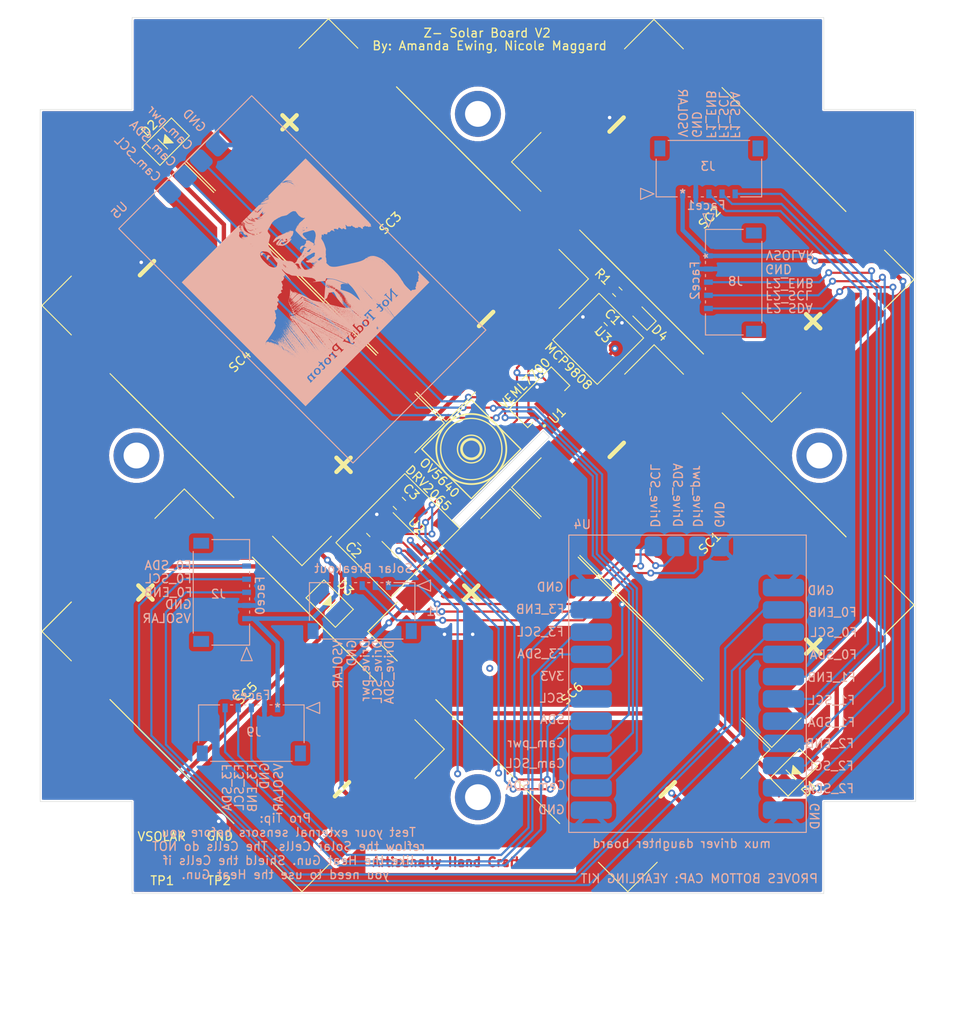
<source format=kicad_pcb>
(kicad_pcb (version 20221018) (generator pcbnew)
  (title_block (title "YEARLING KIT -Z") (date "2023-03-27") (rev "3.1"))
  (layers (0 "F.Cu" signal) (1 "In1.Cu" signal) (2 "In2.Cu" signal) (31 "B.Cu" signal) (34 "B.Paste" user) (35 "F.Paste" user) (36 "B.SilkS" user "B.Silkscreen") (37 "F.SilkS" user "F.Silkscreen") (38 "B.Mask" user) (39 "F.Mask" user) (44 "Edge.Cuts" user))
  (net 0 "")
  (net 1 "GND")
  (net 2 "+3V3")
  (net 3 "VSOLAR")
  (net 4 "SDA")
  (net 5 "SCL")
  (net 6 "Net-(U2-REG)")
  (net 7 "Net-(D1-A)")
  (net 8 "Net-(D2-A)")
  (net 11 "Net-(D3-A)")
  (net 12 "Net-(D4-A)")
  (net 13 "SDA_Break")
  (net 14 "SCL_Break")
  (net 19 "Net-(SC1--)")
  (net 20 "Net-(SC3--)")
  (net 21 "Net-(SC5--)")
  (net 23 "Net-(U2-OUT+)")
  (net 25 "F0_ENB")
  (net 26 "F0_SCL")
  (net 27 "F0_SDA")
  (net 28 "F1_ENB")
  (net 29 "F1_SCL")
  (net 30 "F1_SDA")
  (net 31 "F2_ENB")
  (net 32 "F2_SCL")
  (net 33 "F2_SDA")
  (net 34 "F3_ENB")
  (net 35 "F3_SCL")
  (net 36 "F3_SDA")
  (net 37 "3v3_break")
  (net 38 "Camera_Pwr")
  (net 39 "Camera_SCL")
  (net 40 "Camera_SDA")
  (footprint "SolarPanelBoards:MountingHoles" (layer "F.Cu") (at 110.5 85)
    (fp_text reference "J4")
    (fp_text value "Conn_01x01")
  )
  (footprint "SolarPanelBoards:MountingHoles" (layer "F.Cu") (at 141.75 124)
    (fp_text reference "J5")
    (fp_text value "Conn_01x01")
  )
  (footprint "SolarPanelBoards:MountingHoles" (layer "F.Cu") (at 157.25 46)
    (fp_text reference "J6")
    (fp_text value "Conn_01x01")
  )
  (footprint "SolarPanelBoards:MountingHoles" (layer "F.Cu") (at 188.5 85)
    (fp_text reference "J7")
    (fp_text value "Conn_01x01")
  )
  (footprint "SolarPanelBoards:DO-214AC" (layer "F.Cu") (at 113.835786 49.164214 45)
    (fp_text reference "D2")
    (fp_text value "CDBA240LL-HF")
  )
  (footprint "SolarPanelBoards:Test Pad" (layer "F.Cu") (at 113.41 130.95 90)
    (fp_text reference "TP1")
    (fp_text value "TestPoint")
  )
  (footprint "LED_SMD:LED_0603_1608Metric" (layer "F.Cu") (at 168.283153 69.123153 135)
    (fp_text reference "D4")
    (fp_text value "CQY99")
  )
  (footprint "Capacitor_SMD:C_0805_2012Metric" (layer "F.Cu") (at 140.529949 90.476119 135)
    (fp_text reference "C3")
    (fp_text value "1uF")
  )
  (footprint "SolarPanelBoards:KXOB101K08F-TR" (layer "F.Cu") (at 122.68 111.8 45)
    (fp_text reference "SC5")
    (fp_text value "SM101K07TF")
  )
  (footprint "Package_SO:MSOP-8-1EP_3x3mm_P0.65mm_EP2.5x3mm_Mask1.73x2.36mm" (layer "F.Cu") (at 162.041249 72.946863 -45)
    (fp_text reference "U3")
    (fp_text value "MCP9808_DFN")
  )
  (footprint "SolarPanelBoards:Test Pad" (layer "F.Cu") (at 119.89 130.92 90)
    (fp_text reference "TP2")
    (fp_text value "TestPoint")
  )
  (footprint "SolarPanelBoards:KXOB101K08F-TR" (layer "F.Cu") (at 139.142136 58.122136 45)
    (fp_text reference "SC3")
    (fp_text value "SM101K07TF")
  )
  (footprint "clipboard:b0880f64-8dff-43fb-af48-c7da55ca08b3" (layer "F.Cu") (at 154.4 84.26 45)
    (fp_text reference "")
    (fp_text value "")
  )
  (footprint "Resistor_SMD:R_0603_1608Metric" (layer "F.Cu") (at 165.419368 66.315938 -45)
    (fp_text reference "R1")
    (fp_text value "1k")
  )
  (footprint "Capacitor_SMD:C_0805_2012Metric" (layer "F.Cu") (at 136.457014 94.591481 135)
    (fp_text reference "C2")
    (fp_text value "1uF")
  )
  (footprint "Package_SO:VSSOP-10_3x3mm_P0.5mm" (layer "F.Cu") (at 140.742082 94.732902 -45)
    (fp_text reference "U2")
    (fp_text value "DRV2605LDGS")
  )
  (footprint "SolarPanelBoards:DO-214AC" (layer "F.Cu") (at 132.564214 101.904214 135)
    (fp_text reference "D3")
    (fp_text value "CDBA240LL-HF")
  )
  (footprint "Capacitor_SMD:C_0805_2012Metric" (layer "F.Cu") (at 163.568249 70.52369 135)
    (fp_text reference "C1")
    (fp_text value "1uF")
  )
  (footprint "VEML7700-TT:XDCR_VEML7700-TT" (layer "F.Cu") (at 156.53 78.35 135)
    (fp_text reference "U1")
    (fp_text value "VEML7700")
  )
  (footprint "SolarPanelBoards:KXOB101K08F-TR" (layer "F.Cu") (at 122.682136 74.592136 -135)
    (fp_text reference "SC4")
    (fp_text value "SM101K07TF")
  )
  (footprint "SolarPanelBoards:KXOB101K08F-TR" (layer "F.Cu") (at 159.897864 111.807864 45)
    (fp_text reference "SC6")
    (fp_text value "SM101K07TF")
  )
  (footprint "SolarPanelBoards:KXOB101K08F-TR" (layer "F.Cu") (at 176.32 58.2 -135)
    (fp_text reference "SC2")
    (fp_text value "SM101K07TF")
  )
  (footprint "SolarPanelBoards:DO-214AC" (layer "F.Cu") (at 185.575786 121.174214 45)
    (fp_text reference "D1")
    (fp_text value "CDBA240LL-HF")
  )
  (footprint "SolarPanelBoards:KXOB101K08F-TR" (layer "F.Cu") (at 176.337864 95.337864 -135)
    (fp_text reference "SC1")
    (fp_text value "SM101K07TF")
  )
  (footprint "SolarPanelBoards:CON_5040500591" (layer "B.Cu") (at 139.278501 99.85)
    (fp_text reference "J1")
    (fp_text value "CON-5040500591" hide)
  )
  (footprint "SolarPanelBoards:CON_5040500591" (layer "B.Cu") (at 126.618501 113.81)
    (fp_text reference "J9")
    (fp_text value "Face3")
  )
  (footprint "SolarPanelBoards:CON_5040500591" (layer "B.Cu") (at 172.881499 55.130001 180)
    (fp_text reference "J3")
    (fp_text value "Face1")
  )
  (footprint "SolarPanelBoards:CON_5040500591" (layer "B.Cu") (at 175.83 62.211499 90)
    (fp_text reference "J8")
    (fp_text value "Face2")
  )
  (footprint "SolarPanelBoards:giga_pragun" (layer "B.Cu") (at 129.81 65.23 -135)
    (fp_text reference "G***" hide)
    (fp_text value "LOGO" hide)
  )
  (footprint "mux_driver:mux_driver" (layer "B.Cu") (at 172.79 112.08 180)
    (fp_text reference "U4")
    (fp_text value "~")
  )
  (footprint "SolarPanelBoards:CON_5040500591" (layer "B.Cu") (at 123.080001 103.618501 -90)
    (fp_text reference "J2")
    (fp_text value "Face0")
  )
  (footprint "camera_daughter:camera_daughter" (layer "B.Cu") (at 113.261397 49.12859 -135)
    (fp_text reference "U5")
    (fp_text value "~")
  )
  (gr_poly (pts (xy 163.324297 66.482575) (xy 168.422537 71.580815) (xy 163.126307 76.877045) (xy 158.028067 71.778805)) (stroke (width 0.12)) (fill none) (layer "F.SilkS"))
  (gr_poly (pts (xy 141.14865 87.064311) (xy 147.41717 93.33283) (xy 139.54 101.21) (xy 133.271481 94.941481)) (stroke (width 0.12)) (fill none) (layer "F.SilkS"))
  (gr_line (start 189 135) (end 110 135) (stroke (width 0.05)) (layer "Edge.Cuts"))
  (gr_line (start 110 124.5) (end 99.5 124.5) (stroke (width 0.05)) (layer "Edge.Cuts"))
  (gr_line (start 146.705033 92.414967) (end 156.955 82.165) (stroke (width 0.05)) (layer "Edge.Cuts"))
  (gr_line (start 110 45.5) (end 110 35) (stroke (width 0.05)) (layer "Edge.Cuts"))
  (gr_line (start 189 45.5) (end 199.5 45.5) (stroke (width 0.05)) (layer "Edge.Cuts"))
  (gr_line (start 99.5 124.5) (end 99.5 45.5) (stroke (width 0.05)) (layer "Edge.Cuts"))
  (gr_line (start 199.5 124.5) (end 189 124.5) (stroke (width 0.05)) (layer "Edge.Cuts"))
  (gr_line (start 147.415 93.125) (end 146.704967 92.414967) (stroke (width 0.05)) (layer "Edge.Cuts"))
  (gr_line (start 110 35) (end 189 35) (stroke (width 0.05)) (layer "Edge.Cuts"))
  (gr_line (start 199.5 45.5) (end 199.5 124.5) (stroke (width 0.05)) (layer "Edge.Cuts"))
  (gr_line (start 189 124.5) (end 189 135) (stroke (width 0.05)) (layer "Edge.Cuts"))
  (gr_line (start 99.5 45.5) (end 110 45.5) (stroke (width 0.05)) (layer "Edge.Cuts"))
  (gr_line (start 156.955 82.165) (end 157.665 82.875) (stroke (width 0.05)) (layer "Edge.Cuts"))
  (gr_line (start 157.665 82.875) (end 147.415 93.125) (stroke (width 0.05)) (layer "Edge.Cuts"))
  (gr_line (start 189 35) (end 189 45.5) (stroke (width 0.05)) (layer "Edge.Cuts"))
  (gr_line (start 110 135) (end 110 124.5) (stroke (width 0.05)) (layer "Edge.Cuts"))
  (gr_text "Artisanally Hand Crafted PCB" (at 137.3 132) (layer "F.Cu") (effects (font (size 1 1) (thickness 0.25) bold) (justify left bottom)))
  (gr_text "F3_SDA" (at 159.47 108.22) (layer "B.SilkS") (effects (font (size 1 1)) (justify left bottom mirror)))
  (gr_text "F1_ENB" (at 176.1 46.06 270) (layer "B.SilkS") (effects (font (size 1 1)) (justify mirror)))
  (gr_text "GND" (at 125.13 121.58 90) (layer "B.SilkS") (effects (font (size 1 1)) (justify mirror)))
  (gr_text "F3_ENB" (at 159.46 103.13) (layer "B.SilkS") (effects (font (size 1 1)) (justify left bottom mirror)))
  (gr_text "Solar Breakout" (at 142.16 98.47) (layer "B.SilkS") (effects (font (size 1 1)) (justify left bottom mirror)))
  (gr_text "GND" (at 159.52 126.02) (layer "B.SilkS") (effects (font (size 1 1)) (justify left bottom mirror)))
  (gr_text "F2_ENB" (at 192.55 118.46) (layer "B.SilkS") (effects (font (size 1 1)) (justify left bottom mirror)))
  (gr_text "F0_SDA" (at 192.88 108.32) (layer "B.SilkS") (effects (font (size 1 1)) (justify left bottom mirror)))
  (gr_text "GND" (at 176.46 93.34 -90) (layer "B.SilkS") (effects (font (size 1 1)) (justify left bottom mirror)))
  (gr_text "F3_ENB" (at 123.73 122.95 90) (layer "B.SilkS") (effects (font (size 1 1)) (justify mirror)))
  (gr_text "F0_ENB" (at 192.86 103.48) (layer "B.SilkS") (effects (font (size 1 1)) (justify left bottom mirror)))
  (gr_text "Drive_SCL" (at 138.01 109.68 90) (layer "B.SilkS") (effects (font (size 1 1)) (justify mirror)))
  (gr_text "Cam_SCL" (at 159.53 120.73) (layer "B.SilkS") (effects (font (size 1 1)) (justify left bottom mirror)))
  (gr_text "F1_SCL" (at 177.53 46.15 270) (layer "B.SilkS") (effects (font (size 1 1)) (justify mirror)))
  (gr_text "VSOLAR" (at 133.5 108.82 90) (layer "B.SilkS") (effects (font (size 1 1)) (justify mirror)))
  (gr_text "GND" (at 135.09 107.54 90) (layer "B.SilkS") (effects (font (size 1 1)) (justify mirror)))
  (gr_text "F2_SCL" (at 184.99 66.68 180) (layer "B.SilkS") (effects (font (size 1 1)) (justify mirror)))
  (gr_text "Drive_pwr" (at 136.61 109.55 90) (layer "B.SilkS") (effects (font (size 1 1)) (justify mirror)))
  (gr_text "PROVES BOTTOM CAP: YEARLING KIT" (at 161.14 133.3) (layer "B.SilkS") (effects (font (size 1 1)) (justify right mirror)))
  (gr_text "Drive_SDA" (at 171.72 93.27 -90) (layer "B.SilkS") (effects (font (size 1 1)) (justify left bottom mirror)))
  (gr_text "GND" (at 117.83 48.33 -45) (layer "B.SilkS") (effects (font (size 1 1)) (justify left bottom mirror)))
  (gr_text "Cam_SDA" (at 159.59 123.24) (layer "B.SilkS") (effects (font (size 1 1)) (justify left bottom mirror)))
  (gr_text "F1_SCL" (at 192.67 113.53) (layer "B.SilkS") (effects (font (size 1 1)) (justify left bottom mirror)))
  (gr_text "GND" (at 159.37 100.6) (layer "B.SilkS") (effects (font (size 1 1)) (justify left bottom mirror)))
  (gr_text "GND" (at 174.47 47.22 -90) (layer "B.SilkS") (effects (font (size 1 1)) (justify mirror)))
  (gr_text "F0_ENB" (at 114.12 100.63) (layer "B.SilkS") (effects (font (size 1 1)) (justify mirror)))
  (gr_text "F3_SCL" (at 159.4 105.72) (layer "B.SilkS") (effects (font (size 1 1)) (justify left bottom mirror)))
  (gr_text "F3_SDA" (at 120.85 122.88 90) (layer "B.SilkS") (effects (font (size 1 1)) (justify mirror)))
  (gr_text "VSOLAR" (at 113.96 103.6) (layer "B.SilkS") (effects (font (size 1 1)) (justify mirror)))
  (gr_text "3V3" (at 159.47 110.78) (layer "B.SilkS") (effects (font (size 1 1)) (justify left bottom mirror)))
  (gr_text "Pro Tip:\nTest your external sensors before you \nreflow the Solar Cells. The Cells do NOT \nlike the Heat Gun. Shield the Cells if \nyou need to use the Heat Gun." (at 127.5 129.62) (layer "B.SilkS") (effects (font (size 1 1)) (justify mirror)))
  (gr_text "F1_SDA" (at 178.84 46.14 270) (layer "B.SilkS") (effects (font (size 1 1)) (justify mirror)))
  (gr_text "F2_ENB" (at 185.09 65.29 180) (layer "B.SilkS") (effects (font (size 1 1)) (justify mirror)))
  (gr_text "Cam_SDA" (at 114.43 52.28 -45) (layer "B.SilkS") (effects (font (size 1 1)) (justify left bottom mirror)))
  (gr_text "VSOLAR" (at 126.72 122.9 90) (layer "B.SilkS") (effects (font (size 1 1)) (justify mirror)))
  (gr_text "Drive_pwr" (at 174 93.29 -90) (layer "B.SilkS") (effects (font (size 1 1)) (justify left bottom mirror)))
  (gr_text "SCL" (at 159.42 113.28) (layer "B.SilkS") (effects (font (size 1 1)) (justify left bottom mirror)))
  (gr_text "GND" (at 183.83 63.69 180) (layer "B.SilkS") (effects (font (size 1 1)) (justify mirror)))
  (gr_text "SDA" (at 159.51 115.71) (layer "B.SilkS") (effects (font (size 1 1)) (justify left bottom mirror)))
  (gr_text "F0_SDA" (at 114.11 97.55) (layer "B.SilkS") (effects (font (size 1 1)) (justify mirror)))
  (gr_text "F1_SDA" (at 192.67 116.05) (layer "B.SilkS") (effects (font (size 1 1)) (justify left bottom mirror)))
  (gr_text "Cam_SCL" (at 112.69 53.99 -45) (layer "B.SilkS") (effects (font (size 1 1)) (justify left bottom mirror)))
  (gr_text "F2_SDA" (at 192.55 123.61) (layer "B.SilkS") (effects (font (size 1 1)) (justify left bottom mirror)))
  (gr_text "F1_ENB" (at 192.75 110.9) (layer "B.SilkS") (effects (font (size 1 1)) (justify left bottom mirror)))
  (gr_text "Drive_SDA" (at 139.36 109.74 90) (layer "B.SilkS") (effects (font (size 1 1)) (justify mirror)))
  (gr_text "Cam_pwr" (at 159.53 118.38) (layer "B.SilkS") (effects (font (size 1 1)) (justify left bottom mirror)))
  (gr_text "F2_SCL" (at 192.51 121.02) (layer "B.SilkS") (effects (font (size 1 1)) (justify left bottom mirror)))
  (gr_text "GND" (at 115.28 102.01) (layer "B.SilkS") (effects (font (size 1 1)) (justify mirror)))
  (gr_text "F0_SCL" (at 192.91 105.78) (layer "B.SilkS") (effects (font (size 1 1)) (justify left bottom mirror)))
  (gr_text "Cam_pwr" (at 116.32 50.39 -45) (layer "B.SilkS") (effects (font (size 1 1)) (justify left bottom mirror)))
  (gr_text "F2_SDA" (at 185.05 68.12 180) (layer "B.SilkS") (effects (font (size 1 1)) (justify mirror)))
  (gr_text "F0_SCL" (at 114.15 99.06) (layer "B.SilkS") (effects (font (size 1 1)) (justify mirror)))
  (gr_text "VSOLAR" (at 172.88 45.9 -90) (layer "B.SilkS") (effects (font (size 1 1)) (justify mirror)))
  (gr_text "Drive_SCL" (at 169.13 93.32 -90) (layer "B.SilkS") (effects (font (size 1 1)) (justify left bottom mirror)))
  (gr_text "GND" (at 190.29 101) (layer "B.SilkS") (effects (font (size 1 1)) (justify left bottom mirror)))
  (gr_text "VSOLAR" (at 185.15 62.1 180) (layer "B.SilkS") (effects (font (size 1 1)) (justify mirror)))
  (gr_text "GND" (at 188.59 124.55 90) (layer "B.SilkS") (effects (font (size 1 1)) (justify left bottom mirror)))
  (gr_text "F3_SCL" (at 122.24 122.86 90) (layer "B.SilkS") (effects (font (size 1 1)) (justify mirror)))
  (gr_text "By: Amanda Ewing, Nicole Maggard\n" (at 137.35 38.81) (layer "F.SilkS") (effects (font (size 1 1)) (justify left bottom)))
  (gr_text "Z- Solar Board V2" (at 143.19 37.35) (layer "F.SilkS") (effects (font (size 1 1)) (justify left bottom)))
  (gr_text "GND" (at 120.01 128.45) (layer "F.SilkS") (effects (font (size 1 1))))
  (gr_text "OV5640" (at 142.61 85.87 -45) (layer "F.SilkS") (effects (font (size 1 1)) (justify left bottom)))
  (gr_text "VEML7700" (at 154.87 76.76 45) (layer "F.SilkS") (effects (font (size 1 1))))
  (gr_text "MCP9808" (at 159.84 74.8 315) (layer "F.SilkS") (effects (font (size 1 1))))
  (gr_text "DRV2065" (at 143.85 88.73 315) (layer "F.SilkS") (effects (font (size 1 1))))
  (gr_text "VSOLAR" (at 113.39 128.5) (layer "F.SilkS") (effects (font (size 1 1))))
  (segment (start 162.041249 74.325721) (end 162.041249 72.946863) (width 0.25) (layer "F.Cu") (net 1))
  (segment (start 140.944595 94.935415) (end 142.297717 96.288537) (width 0.25) (layer "F.Cu") (net 1))
  (segment (start 174.04 125.95) (end 171.63 123.54) (width 0.5) (layer "F.Cu") (net 1))
  (segment (start 168.668061 69.851939) (end 168.84 69.68) (width 0.25) (layer "F.Cu") (net 1))
  (segment (start 162.177864 44.057864) (end 164.54 46.42) (width 0.5) (layer "F.Cu") (net 1))
  (segment (start 137.946283 91.716283) (end 137.984365 91.678201) (width 0.25) (layer "F.Cu") (net 1))
  (segment (start 137.984365 91.678201) (end 139.858198 89.804368) (width 0.25) (layer "F.Cu") (net 1))
  (segment (start 138.832894 93.53082) (end 140.242074 94.94) (width 0.25) (layer "F.Cu") (net 1))
  (segment (start 165.948061 69.851939) (end 168.668061 69.851939) (width 0.25) (layer "F.Cu") (net 1))
  (segment (start 137.984365 92.710576) (end 137.984365 91.678201) (width 0.25) (layer "F.Cu") (net 1))
  (segment (start 140.246659 94.935415) (end 140.944595 94.935415) (width 0.25) (layer "F.Cu") (net 1))
  (segment (start 119.89 130.92) (end 119.89 126.76) (width 0.5) (layer "F.Cu") (net 1))
  (segment (start 162.896498 72.091614) (end 162.896498 69.851939) (width 0.25) (layer "F.Cu") (net 1))
  (segment (start 162.896498 69.851939) (end 165.948061 69.851939) (width 0.25) (layer "F.Cu") (net 1))
  (segment (start 108.54 60.45) (end 111.04 62.95) (width 0.5) (layer "F.Cu") (net 1))
  (segment (start 162.889777 75.174249) (end 162.041249 74.325721) (width 0.25) (layer "F.Cu") (net 1))
  (segment (start 157.615409 78.537383) (end 156.26 77.181974) (width 0.25) (layer "F.Cu") (net 1))
  (segment (start 162.896498 69.851939) (end 162.161939 69.851939) (width 0.25) (layer "F.Cu") (net 1))
  (segment (start 140.242074 94.94) (end 140.246659 94.935415) (width 0.25) (layer "F.Cu") (net 1))
  (segment (start 135.785263 93.877303) (end 137.946283 91.716283) (width 0.25) (layer "F.Cu") (net 1))
  (segment (start 162.161939 69.851939) (end 161.49 69.18) (width 0.25) (layer "F.Cu") (net 1))
  (segment (start 159.813863 72.098335) (end 160.662391 72.946863) (width 0.25) (layer "F.Cu") (net 1))
  (segment (start 160.662391 72.946863) (end 162.041249 72.946863) (width 0.25) (layer "F.Cu") (net 1))
  (segment (start 145.68 105.41) (end 148.9 105.41) (width 0.25) (layer "F.Cu") (net 1))
  (segment (start 135.785263 93.91973) (end 135.785263 93.934737) (width 0.25) (layer "F.Cu") (net 1))
  (segment (start 162.041249 72.946863) (end 162.896498 72.091614) (width 0.25) (layer "F.Cu") (net 1))
  (segment (start 138.804609 93.53082) (end 137.984365 92.710576) (width 0.25) (layer "F.Cu") (net 1))
  (via (at 171.63 123.54) (size 0.8) (drill 0.4) (layers "F.Cu" "B.Cu") (net 1))
  (via (at 161.49 69.18) (size 0.8) (drill 0.4) (layers "F.Cu" "B.Cu") (net 1))
  (via (at 164.54 46.42) (size 0.8) (drill 0.4) (layers "F.Cu" "B.Cu") (net 1))
  (via (at 156.26 77.181974) (size 0.8) (drill 0.4) (layers "F.Cu" "B.Cu") (net 1))
  (via (at 145.68 105.41) (size 0.8) (drill 0.4) (layers "F.Cu" "B.Cu") (net 1))
  (via (at 148.9 105.41) (size 0.8) (drill 0.4) (layers "F.Cu" "B.Cu") (net 1))
  (via (at 137.946283 91.716283) (size 0.8) (drill 0.4) (layers "F.Cu" "B.Cu") (net 1))
  (via (at 111.04 62.95) (size 0.8) (drill 0.4) (layers "F.Cu" "B.Cu") (net 1))
  (via (at 165.948061 69.851939) (size 0.8) (drill 0.4) (layers "F.Cu" "B.Cu") (net 1))
  (via (at 119.89 126.76) (size 0.8) (drill 0.4) (layers "F.Cu" "B.Cu") (net 1))
  (segment (start 143.7 96.69) (end 142.14 98.25) (width 0.25) (layer "F.Cu") (net 2))
  (segment (start 143.004824 95.58143) (end 143.7 96.276606) (width 0.25) (layer "F.Cu") (net 2))
  (segment (start 133.56 94.935841) (end 142.806126 85.689715) (width 0.25) (layer "F.Cu") (net 2))
  (segment (start 142.806126 85.689715) (end 142.806126 85.683874) (width 0.25) (layer "F.Cu") (net 2))
  (segment (start 143.7 96.276606) (end 143.7 96.69) (width 0.25) (layer "F.Cu") (net 2))
  (segment (start 134.21 96.33) (end 133.56 95.68) (width 0.25) (layer "F.Cu") (net 2))
  (segment (start 143.004824 95.58143) (end 143.004824 95.575176) (width 0.25) (layer "F.Cu") (net 2))
  (segment (start 143.004824 95.58143) (end 143.004824 95.594824) (width 0.25) (layer "F.Cu") (net 2))
  (segment (start 163.349397 74.714629) (end 164.268635 73.795391) (width 0.25) (layer "F.Cu") (net 2))
  (segment (start 133.56 95.68) (end 133.56 94.935841) (width 0.25) (layer "F.Cu") (net 2))
  (segment (start 164.314249 73.615751) (end 165.14 72.79) (width 0.25) (layer "F.Cu") (net 2))
  (segment (start 137.128766 95.263232) (end 138.47934 93.912658) (width 0.25) (layer "F.Cu") (net 2))
  (segment (start 143.004824 95.575176) (end 143.54 95.04) (width 0.25) (layer "F.Cu") (net 2))
  (segment (start 136.03 96.33) (end 134.21 96.33) (width 0.25) (layer "F.Cu") (net 2))
  (segment (start 137.096768 95.263232) (end 136.03 96.33) (width 0.25) (layer "F.Cu") (net 2))
  (segment (start 163.349397 74.71463) (end 163.349397 74.714629) (width 0.25) (layer "F.Cu") (net 2))
  (segment (start 143.6 96.19) (end 144.21 96.19) (width 0.25) (layer "F.Cu") (net 2))
  (segment (start 143.004824 95.594824) (end 143.6 96.19) (width 0.25) (layer "F.Cu") (net 2))
  (segment (start 142.806126 85.683874) (end 143.09 85.4) (width 0.25) (layer "F.Cu") (net 2))
  (segment (start 137.128765 95.263232) (end 137.096768 95.263232) (width 0.25) (layer "F.Cu") (net 2))
  (via (at 165.14 72.79) (size 0.8) (drill 0.4) (layers "F.Cu" "B.Cu") (net 2))
  (via (at 165.98 102) (size 0.8) (drill 0.4) (layers "F.Cu" "B.Cu") (net 2))
  (segment (start 163.426726 110.24) (end 165.98 107.686726) (width 0.25) (layer "B.Cu") (net 2))
  (segment (start 162.44 110.24) (end 163.426726 110.24) (width 0.25) (layer "B.Cu") (net 2))
  (segment (start 165.98 107.686726) (end 165.98 102) (width 0.25) (layer "B.Cu") (net 2))
  (segment (start 113.41 124.31) (end 113.41 123.99) (width 0.5) (layer "F.Cu") (net 3))
  (segment (start 184.993144 123.42) (end 184.161572 122.588428) (width 0.5) (layer "F.Cu") (net 3))
  (segment (start 133.978428 103.318428) (end 113.41 123.886856) (width 0.5) (layer "F.Cu") (net 3))
  (segment (start 188 62.79) (end 195.72 62.79) (width 0.5) (layer "F.Cu") (net 3))
  (segment (start 114.646854 52.80371) (end 114.65371 52.80371) (width 0.5) (layer "F.Cu") (net 3))
  (segment (start 195.72 62.79) (end 198.05 65.12) (width 0.5) (layer "F.Cu") (net 3))
  (segment (start 187.78 123.42) (end 184.993144 123.42) (width 0.5) (layer "F.Cu") (net 3))
  (segment (start 133.978428 103.318428) (end 145.1 114.44) (width 0.5) (layer "F.Cu") (net 3))
  (segment (start 120.48 58.63) (end 120.48 85.1) (width 0.5) (layer "F.Cu") (net 3))
  (segment (start 133.978428 98.598428) (end 132.315 96.935) (width 0.5) (layer "F.Cu") (net 3))
  (segment (start 113.41 130.95) (end 113.41 124.31) (width 0.5) (layer "F.Cu") (net 3))
  (segment (start 120.48 85.1) (end 132.3 96.92) (width 0.5) (layer "F.Cu") (net 3))
  (segment (start 133.978428 103.318428) (end 133.978428 98.598428) (width 0.5) (layer "F.Cu") (net 3))
  (segment (start 145.1 114.44) (end 176.013144 114.44) (width 0.5) (layer "F.Cu") (net 3))
  (segment (start 112.421572 50.578428) (end 114.646854 52.80371) (width 0.5) (layer "F.Cu") (net 3))
  (segment (start 114.65371 52.80371) (end 120.48 58.63) (width 0.5) (layer "F.Cu") (net 3))
  (segment (start 113.41 123.886856) (end 113.41 124.31) (width 0.5) (layer "F.Cu") (net 3))
  (segment (start 188.21 122.99) (end 187.78 123.42) (width 0.5) (layer "F.Cu") (net 3))
  (segment (start 176.013144 114.44) (end 184.161572 122.588428) (width 0.5) (layer "F.Cu") (net 3))
  (via (at 132.315 96.935) (size 0.8) (drill 0.4) (layers "F.Cu" "B.Cu") (net 3))
  (via (at 188 62.79) (size 0.8) (drill 0.4) (layers "F.Cu" "B.Cu") (net 3))
  (via (at 198.05 65.12) (size 0.8) (drill 0.4) (layers "F.Cu" "B.Cu") (net 3))
  (via (at 188.21 122.99) (size 0.8) (drill 0.4) (layers "F.Cu" "B.Cu") (net 3))
  (segment (start 189.18 122.99) (end 198.05 114.12) (width 0.5) (layer "B.Cu") (net 3))
  (segment (start 175.83 62.211499) (end 187.421499 62.211499) (width 0.5) (layer "B.Cu") (net 3))
  (segment (start 133.2785 100.9415) (end 130.601499 103.618501) (width 0.5) (layer "B.Cu") (net 3))
  (segment (start 172.881499 59.262998) (end 172.881499 55.130001) (width 0.5) (layer "B.Cu") (net 3))
  (segment (start 133.2785 97.8985) (end 132.315 96.935) (width 0.5) (layer "B.Cu") (net 3))
  (segment (start 126.618501 106.388501) (end 126.618501 113.81) (width 0.5) (layer "B.Cu") (net 3))
  (segment (start 130.601499 103.618501) (end 123.080001 103.618501) (width 0.5) (layer "B.Cu") (net 3))
  (segment (start 188.21 122.99) (end 189.18 122.99) (width 0.5) (layer "B.Cu") (net 3))
  (segment (start 187.421499 62.211499) (end 188 62.79) (width 0.5) (layer "B.Cu") (net 3))
  (segment (start 175.83 62.211499) (end 172.881499 59.262998) (width 0.5) (layer "B.Cu") (net 3))
  (segment (start 133.2785 99.85) (end 133.2785 97.8985) (width 0.5) (layer "B.Cu") (net 3))
  (segment (start 198.05 114.12) (end 198.05 65.12) (width 0.5) (layer "B.Cu") (net 3))
  (segment (start 123.848501 103.618501) (end 126.618501 106.388501) (width 0.5) (layer "B.Cu") (net 3))
  (segment (start 123.080001 103.618501) (end 123.848501 103.618501) (width 0.5) (layer "B.Cu") (net 3))
  (segment (start 132.315 96.935) (end 132.3 96.92) (width 0.5) (layer "B.Cu") (net 3))
  (segment (start 133.2785 99.85) (end 133.2785 100.9415) (width 0.5) (layer "B.Cu") (net 3))
  (segment (start 158.449358 77.639358) (end 157.14 76.33) (width 0.25) (layer "F.Cu") (net 4))
  (segment (start 160.163244 69.69) (end 161.192721 70.719477) (width 0.25) (layer "F.Cu") (net 4))
  (segment (start 144.27 90.62) (end 153.96 80.93) (width 0.25) (layer "F.Cu") (net 4))
  (segment (start 153.96 80.93) (end 153.96 74.98) (width 0.25) (layer "F.Cu") (net 4))
  (segment (start 157.14 76.33) (end 156.66 75.85) (width 0.25) (layer "F.Cu") (net 4))
  (segment (start 139.96418 93.955) (end 144.245 93.955) (width 0.25) (layer "F.Cu") (net 4))
  (segment (start 153.54 123.09) (end 153.53 123.08) (width 0.25) (layer "F.Cu") (net 4))
  (segment (start 153.96 74.98) (end 159.25 69.69) (width 0.25) (layer "F.Cu") (net 4))
  (segment (start 158.513435 77.639358) (end 158.449358 77.639358) (width 0.25) (layer "F.Cu") (net 4))
  (segment (start 159.25 69.69) (end 160.163244 69.69) (width 0.25) (layer "F.Cu") (net 4))
  (segment (start 157.77 123.09) (end 153.54 123.09) (width 0.25) (layer "F.Cu") (net 4))
  (segment (start 139.186447 93.177267) (end 139.96418 93.955) (width 0.25) (layer "F.Cu") (net 4))
  (segment (start 156.66 75.85) (end 156.63 75.85) (width 0.25) (layer "F.Cu") (net 4))
  (via (at 144.27 90.62) (size 0.8) (drill 0.4) (layers "F.Cu" "B.Cu") (net 4))
  (via (at 153.96 75.54) (size 0.8) (drill 0.4) (layers "F.Cu" "B.Cu") (net 4))
  (via (at 157.77 123.09) (size 0.8) (drill 0.4) (layers "F.Cu" "B.Cu") (net 4))
  (via (at 153.53 123.08) (size 0.8) (drill 0.4) (layers "F.Cu" "B.Cu") (net 4))
  (via (at 144.245 93.955) (size 0.8) (drill 0.4) (layers "F.Cu" "B.Cu") (net 4))
  (via (at 156.63 75.85) (size 0.8) (drill 0.4) (layers "F.Cu" "B.Cu") (net 4))
  (segment (start 153.53 123.08) (end 152.585 122.135) (width 0.25) (layer "B.Cu") (net 4))
  (segment (start 144.27 93.93) (end 144.27 90.62) (width 0.25) (layer "B.Cu") (net 4))
  (segment (start 158.1595 117.5295) (end 160.369 115.32) (width 0.25) (layer "B.Cu") (net 4))
  (segment (start 160.369 115.32) (end 162.44 115.32) (width 0.25) (layer "B.Cu") (net 4))
  (segment (start 152.585 122.135) (end 152.585 103.956701) (width 0.25) (layer "B.Cu") (net 4))
  (segment (start 142.786396 92.103604) (end 144.27 90.62) (width 0.25) (layer "B.Cu") (net 4))
  (segment (start 144.245 93.955) (end 144.27 93.93) (width 0.25) (layer "B.Cu") (net 4))
  (segment (start 152.585 103.956701) (end 142.786396 94.158097) (width 0.25) (layer "B.Cu") (net 4))
  (segment (start 158.1595 117.5295) (end 158.1595 122.7005) (width 0.25) (layer "B.Cu") (net 4))
  (segment (start 158.1595 122.7005) (end 157.77 123.09) (width 0.25) (layer "B.Cu") (net 4))
  (segment (start 156.63 75.85) (end 154.27 75.85) (width 0.25) (layer "B.Cu") (net 4))
  (segment (start 154.27 75.85) (end 153.96 75.54) (width 0.25) (layer "B.Cu") (net 4))
  (segment (start 142.786396 94.158097) (end 142.786396 92.103604) (width 0.25) (layer "B.Cu") (net 4))
  (segment (start 158.918198 70.658198) (end 160.212203 70.658198) (width 0.25) (layer "F.Cu") (net 5))
  (segment (start 139.54 92.823714) (end 140.099098 93.382812) (width 0.25) (layer "F.Cu") (net 5))
  (segment (start 143.511396 92.641396) (end 155.819358 80.333435) (width 0.25) (layer "F.Cu") (net 5))
  (segment (start 157.4145 121.99) (end 157.4345 121.97) (width 0.25) (layer "F.Cu") (net 5))
  (segment (start 153.67 121.99) (end 157.4145 121.99) (width 0.25) (layer "F.Cu") (net 5))
  (segment (start 155.275 74.301396) (end 158.918198 70.658198) (width 0.25) (layer "F.Cu") (net 5))
  (segment (start 160.212203 70.658198) (end 160.733101 71.179096) (width 0.25) (layer "F.Cu") (net 5))
  (segment (start 140.099098 93.382812) (end 142.769981 93.382812) (width 0.25) (layer "F.Cu") (net 5))
  (segment (start 142.769981 93.382812) (end 143.511396 92.641396) (width 0.25) (layer "F.Cu") (net 5))
  (segment (start 155.275 79.895) (end 155.275 74.301396) (width 0.25) (layer "F.Cu") (net 5))
  (via (at 157.4345 121.97) (size 0.8) (drill 0.4) (layers "F.Cu" "B.Cu") (net 5))
  (via (at 153.67 121.99) (size 0.8) (drill 0.4) (layers "F.Cu" "B.Cu") (net 5))
  (via (at 143.511396 92.641396) (size 0.8) (drill 0.4) (layers "F.Cu" "B.Cu") (net 5))
  (segment (start 157.4345 121.97) (end 157.4345 115.9155) (width 0.25) (layer "B.Cu") (net 5))
  (segment (start 143.511396 94.246701) (end 153.67 104.405305) (width 0.25) (layer "B.Cu") (net 5))
  (segment (start 157.4345 115.9155) (end 160.57 112.78) (width 0.25) (layer "B.Cu") (net 5))
  (segment (start 153.67 104.405305) (end 153.67 121.99) (width 0.25) (layer "B.Cu") (net 5))
  (segment (start 160.57 112.78) (end 162.44 112.78) (width 0.25) (layer "B.Cu") (net 5))
  (segment (start 143.511396 92.641396) (end 143.511396 94.246701) (width 0.25) (layer "B.Cu") (net 5))
  (segment (start 139.893553 92.47016) (end 141.201701 91.162013) (width 0.25) (layer "F.Cu") (net 6))
  (segment (start 190.48 109.48) (end 190.48 116.27) (width 0.5) (layer "F.Cu") (net 7))
  (segment (start 190.48 116.27) (end 186.99 119.76) (width 0.5) (layer "F.Cu") (net 7))
  (segment (start 125 43.98) (end 119.02 43.98) (width 0.5) (layer "F.Cu") (net 8))
  (segment (start 119.02 43.98) (end 115.25 47.75) (width 0.5) (layer "F.Cu") (net 8))
  (segment (start 108.537864 97.657864) (end 128.317864 97.657864) (width 0.5) (layer "F.Cu") (net 11))
  (segment (start 128.317864 97.657864) (end 131.15 100.49) (width 0.5) (layer "F.Cu") (net 11))
  (segment (start 166.002732 66.899302) (end 167.669736 68.566306) (width 0.25) (layer "F.Cu") (net 12))
  (segment (start 169.8 97.57) (end 168.53 96.3) (width 0.25) (layer "F.Cu") (net 13))
  (segment (start 166.4 96.3) (end 160.75 101.95) (width 0.25) (layer "F.Cu") (net 13))
  (segment (start 168.53 96.3) (end 166.4 96.3) (width 0.25) (layer "F.Cu") (net 13))
  (segment (start 160.75 101.95) (end 144.85 101.95) (width 0.25) (layer "F.Cu") (net 13))
  (via (at 169.8 97.57) (size 0.8) (drill 0.4) (layers "F.Cu" "B.Cu") (net 13))
  (via (at 144.85 101.95) (size 0.8) (drill 0.4) (layers "F.Cu" "B.Cu") (net 13))
  (segment (start 172.08 96.28) (end 172.08 95.365) (width 0.25) (layer "B.Cu") (net 13))
  (segment (start 169.8 97.57) (end 170.75 97.57) (width 0.25) (layer "B.Cu") (net 13))
  (segment (start 139.278501 99.85) (end 142.75 99.85) (width 0.25) (layer "B.Cu") (net 13))
  (segment (start 170.75 97.57) (end 170.77 97.59) (width 0.25) (layer "B.Cu") (net 13))
  (segment (start 170.77 97.59) (end 172.08 96.28) (width 0.25) (layer "B.Cu") (net 13))
  (segment (start 142.75 99.85) (end 144.85 101.95) (width 0.25) (layer "B.Cu") (net 13))
  (segment (start 161.084754 102.815246) (end 145.372687 102.815246) (width 0.25) (layer "F.Cu") (net 14))
  (segment (start 166.28 97.62) (end 161.084754 102.815246) (width 0.25) (layer "F.Cu") (net 14))
  (segment (start 168.08 97.62) (end 166.28 97.62) (width 0.25) (layer "F.Cu") (net 14))
  (via (at 145.372687 102.815246) (size 0.8) (drill 0.4) (layers "F.Cu" "B.Cu") (net 14))
  (via (at 168.08 97.62) (size 0.8) (drill 0.4) (layers "F.Cu" "B.Cu") (net 14))
  (segment (start 140.743747 102.815246) (end 145.372687 102.815246) (width 0.25) (layer "B.Cu") (net 14))
  (segment (start 168.535 95.365) (end 169.54 95.365) (width 0.25) (layer "B.Cu") (net 14))
  (segment (start 168.08 97.62) (end 168.08 95.82) (width 0.25) (layer "B.Cu") (net 14))
  (segment (start 168.08 95.82) (end 168.535 95.365) (width 0.25) (layer "B.Cu") (net 14))
  (segment (start 137.778501 99.85) (end 140.743747 102.815246) (width 0.25) (layer "B.Cu") (net 14))
  (segment (start 190.462136 72.342136) (end 171.04932 72.342136) (width 0.5) (layer "F.Cu") (net 19))
  (segment (start 171.04932 72.342136) (end 162.195728 81.195728) (width 0.5) (layer "F.Cu") (net 19))
  (segment (start 152.965728 72.264272) (end 153.284272 72.264272) (width 0.5) (layer "F.Cu") (net 20))
  (segment (start 136.824272 88.405728) (end 152.965728 72.264272) (width 0.5) (layer "F.Cu") (net 20))
  (segment (start 136.824272 88.734272) (end 136.824272 88.405728) (width 0.5) (layer "F.Cu") (net 20))
  (segment (start 136.822136 125.942136) (end 133.93 123.05) (width 0.5) (layer "F.Cu") (net 21))
  (segment (start 145.755728 97.674272) (end 139.33 104.1) (width 0.5) (layer "F.Cu") (net 21))
  (segment (start 145.755728 97.665728) (end 145.755728 97.674272) (width 0.5) (layer "F.Cu") (net 21))
  (via (at 139.33 104.1) (size 0.8) (drill 0.4) (layers "F.Cu" "B.Cu") (net 21))
  (via (at 133.93 123.05) (size 0.8) (drill 0.4) (layers "F.Cu" "B.Cu") (net 21))
  (segment (start 133.93 109.5) (end 139.33 104.1) (width 0.5) (layer "B.Cu") (net 21))
  (segment (start 133.93 123.05) (end 133.93 109.5) (width 0.5) (layer "B.Cu") (net 21))
  (segment (start 141.172074 95.87) (end 140.46 95.87) (width 0.25) (layer "F.Cu") (net 23))
  (segment (start 142.65127 95.934984) (end 141.78 95.063714) (width 0.25) (layer "F.Cu") (net 23))
  (segment (start 141.944164 96.64209) (end 141.172074 95.87) (width 0.25) (layer "F.Cu") (net 23))
  (segment (start 141.78 95.063714) (end 141.78 94.68) (width 0.25) (layer "F.Cu") (net 23))
  (via (at 147.18 121.33) (size 0.8) (drill 0.4) (layers "F.Cu" "B.Cu") (net 23))
  (via (at 141.78 94.68) (size 0.8) (drill 0.4) (layers "F.Cu" "B.Cu") (net 23))
  (via (at 150.85 109.29) (size 0.8) (drill 0.4) (layers "F.Cu" "B.Cu") (net 23))
  (via (at 140.46 95.87) (size 0.8) (drill 0.4) (layers "F.Cu" "B.Cu") (net 23))
  (via (at 151.86 121.25) (size 0.8) (drill 0.4) (layers "F.Cu" "B.Cu") (net 23))
  (segment (start 140.46 95.87) (end 147.18 102.59) (width 0.25) (layer "B.Cu") (net 23))
  (segment (start 147.18 102.59) (end 147.18 121.33) (width 0.25) (layer "B.Cu") (net 23))
  (segment (start 151.86 104.76) (end 151.86 121.25) (width 0.25) (layer "B.Cu") (net 23))
  (segment (start 141.78 94.68) (end 151.86 104.76) (width 0.25) (layer "B.Cu") (net 23))
  (segment (start 113.86 117.987208) (end 128.696396 132.823604) (width 0.25) (layer "B.Cu") (net 25))
  (segment (start 116.131498 100.618502) (end 113.86 102.89) (width 0.25) (layer "B.Cu") (net 25))
  (segment (start 177.738299 115.77) (end 177.738299 107.031701) (width 0.25) (layer "B.Cu") (net 25))
  (segment (start 182.15 102.62) (end 184.4 102.62) (width 0.25) (layer "B.Cu") (net 25))
  (segment (start 113.86 102.89) (end 113.86 117.987208) (width 0.25) (layer "B.Cu") (net 25))
  (segment (start 160.684695 132.823604) (end 177.738299 115.77) (width 0.25) (layer "B.Cu") (net 25))
  (segment (start 123.080001 100.618502) (end 116.131498 100.618502) (width 0.25) (layer "B.Cu") (net 25))
  (segment (start 128.696396 132.823604) (end 160.684695 132.823604) (width 0.25) (layer "B.Cu") (net 25))
  (segment (start 177.738299 107.031701) (end 182.15 102.62) (width 0.25) (layer "B.Cu") (net 25))
  (segment (start 128.816396 133.58) (end 160.564695 133.58) (width 0.25) (layer "B.Cu") (net 26))
  (segment (start 115.7315 99.1185) (end 112.2 102.65) (width 0.25) (layer "B.Cu") (net 26))
  (segment (start 160.564695 133.58) (end 178.5 115.644695) (width 0.25) (layer "B.Cu") (net 26))
  (segment (start 123.080001 99.1185) (end 115.7315 99.1185) (width 0.25) (layer "B.Cu") (net 26))
  (segment (start 178.5 115.644695) (end 178.5 109.593604) (width 0.25) (layer "B.Cu") (net 26))
  (segment (start 112.2 116.963604) (end 128.816396 133.58) (width 0.25) (layer "B.Cu") (net 26))
  (segment (start 112.2 102.65) (end 112.2 116.963604) (width 0.25) (layer "B.Cu") (net 26))
  (segment (start 178.5 109.593604) (end 182.933604 105.16) (width 0.25) (layer "B.Cu") (net 26))
  (segment (start 182.933604 105.16) (end 184.4 105.16) (width 0.25) (layer "B.Cu") (net 26))
  (segment (start 115.3015 97.6185) (end 110.79 102.13) (width 0.25) (layer "B.Cu") (net 27))
  (segment (start 110.79 102.13) (end 110.79 116.19) (width 0.25) (layer "B.Cu") (net 27))
  (segment (start 179.42 116.775305) (end 179.42 109.31) (width 0.25) (layer "B.Cu") (net 27))
  (segment (start 181.03 107.7) (end 184.4 107.7) (width 0.25) (layer "B.Cu") (net 27))
  (segment (start 123.080001 97.6185) (end 115.3015 97.6185) (width 0.25) (layer "B.Cu") (net 27))
  (segment (start 128.63 134.03) (end 162.165305 134.03) (width 0.25) (layer "B.Cu") (net 27))
  (segment (start 162.165305 134.03) (end 179.42 116.775305) (width 0.25) (layer "B.Cu") (net 27))
  (segment (start 179.42 109.31) (end 181.03 107.7) (width 0.25) (layer "B.Cu") (net 27))
  (segment (start 110.79 116.19) (end 128.63 134.03) (width 0.25) (layer "B.Cu") (net 27))
  (segment (start 177.841497 57.09) (end 184.06 57.09) (width 0.25) (layer "B.Cu") (net 28))
  (segment (start 193.22 66.25) (end 193.22 103.99) (width 0.25) (layer "B.Cu") (net 28))
  (segment (start 184.06 57.09) (end 193.22 66.25) (width 0.25) (layer "B.Cu") (net 28))
  (segment (start 175.881498 55.130001) (end 177.841497 57.09) (width 0.25) (layer "B.Cu") (net 28))
  (segment (start 193.22 103.99) (end 186.97 110.24) (width 0.25) (layer "B.Cu") (net 28))
  (segment (start 186.97 110.24) (end 184.4 110.24) (width 0.25) (layer "B.Cu") (net 28))
  (segment (start 194.04 66.14) (end 194.04 106.49) (width 0.25) (layer "B.Cu") (net 29))
  (segment (start 184.18 56.28) (end 194.04 66.14) (width 0.25) (layer "B.Cu") (net 29))
  (segment (start 177.3815 55.130001) (end 178.531499 56.28) (width 0.25) (layer "B.Cu") (net 29))
  (segment (start 194.04 106.49) (end 187.75 112.78) (width 0.25) (layer "B.Cu") (net 29))
  (segment (start 187.75 112.78) (end 184.4 112.78) (width 0.25) (layer "B.Cu") (net 29))
  (segment (start 178.531499 56.28) (end 184.18 56.28) (width 0.25) (layer "B.Cu") (net 29))
  (segment (start 178.8815 55.130001) (end 184.080001 55.130001) (width 0.25) (layer "B.Cu") (net 30))
  (segment (start 184.080001 55.130001) (end 195.06 66.11) (width 0.25) (layer "B.Cu") (net 30))
  (segment (start 195.06 106.63) (end 186.37 115.32) (width 0.25) (layer "B.Cu") (net 30))
  (segment (start 195.06 66.11) (end 195.06 106.63) (width 0.25) (layer "B.Cu") (net 30))
  (segment (start 186.37 115.32) (end 184.4 115.32) (width 0.25) (layer "B.Cu") (net 30))
  (segment (start 194.23 64.14) (end 189.58 64.14) (width 0.25) (layer "F.Cu") (net 31))
  (segment (start 194.46 63.91) (end 194.23 64.14) (width 0.25) (layer "F.Cu") (net 31))
  (segment (start 189.58 64.14) (end 189.57 64.13) (width 0.25) (layer "F.Cu") (net 31))
  (via (at 194.46 63.91) (size 0.8) (drill 0.4) (layers "F.Cu" "B.Cu") (net 31))
  (via (at 189.57 64.13) (size 0.8) (drill 0.4) (layers "F.Cu" "B.Cu") (net 31))
  (segment (start 194.46 64.873604) (end 195.51 65.923604) (width 0.25) (layer "B.Cu") (net 31))
  (segment (start 188.488502 65.211498) (end 175.83 65.211498) (width 0.25) (layer "B.Cu") (net 31))
  (segment (start 189.57 64.13) (end 188.488502 65.211498) (width 0.25) (layer "B.Cu") (net 31))
  (segment (start 194.46 63.91) (end 194.46 64.873604) (width 0.25) (layer "B.Cu") (net 31))
  (segment (start 195.51 109.6) (end 187.25 117.86) (width 0.25) (layer "B.Cu") (net 31))
  (segment (start 187.25 117.86) (end 184.4 117.86) (width 0.25) (layer "B.Cu") (net 31))
  (segment (start 195.51 65.923604) (end 195.51 109.6) (width 0.25) (layer "B.Cu") (net 31))
  (segment (start 195.25 65.1) (end 195.7 64.65) (width 0.25) (layer "F.Cu") (net 32))
  (segment (start 190 65.1) (end 195.25 65.1) (width 0.25) (layer "F.Cu") (net 32))
  (via (at 190 65.1) (size 0.8) (drill 0.4) (layers "F.Cu" "B.Cu") (net 32))
  (via (at 195.7 64.65) (size 0.8) (drill 0.4) (layers "F.Cu" "B.Cu") (net 32))
  (segment (start 195.96 64.91) (end 195.96 111.33) (width 0.25) (layer "B.Cu") (net 32))
  (segment (start 186.89 120.4) (end 184.4 120.4) (width 0.25) (layer "B.Cu") (net 32))
  (segment (start 190 65.1) (end 188.3885 66.7115) (width 0.25) (layer "B.Cu") (net 32))
  (segment (start 195.7 64.65) (end 195.96 64.91) (width 0.25) (layer "B.Cu") (net 32))
  (segment (start 188.3885 66.7115) (end 175.83 66.7115) (width 0.25) (layer "B.Cu") (net 32))
  (segment (start 195.96 111.33) (end 186.89 120.4) (width 0.25) (layer "B.Cu") (net 32))
  (segment (start 191.33 65.78) (end 196.9 65.78) (width 0.25) (layer "F.Cu") (net 33))
  (segment (start 190.82 66.29) (end 191.33 65.78) (width 0.25) (layer "F.Cu") (net 33))
  (via (at 196.9 65.78) (size 0.8) (drill 0.4) (layers "F.Cu" "B.Cu") (net 33))
  (via (at 190.82 66.29) (size 0.8) (drill 0.4) (layers "F.Cu" "B.Cu") (net 33))
  (segment (start 196.9 113.12) (end 187.08 122.94) (width 0.25) (layer "B.Cu") (net 33))
  (segment (start 187.08 122.94) (end 184.4 122.94) (width 0.25) (layer "B.Cu") (net 33))
  (segment (start 175.83 68.2115) (end 188.8985 68.2115) (width 0.25) (layer "B.Cu") (net 33))
  (segment (start 196.9 65.78) (end 196.9 113.12) (width 0.25) (layer "B.Cu") (net 33))
  (segment (start 188.8985 68.2115) (end 190.82 66.29) (width 0.25) (layer "B.Cu") (net 33))
  (segment (start 123.618502 119.678502) (end 134.53 130.59) (width 0.25) (layer "B.Cu") (net 34))
  (segment (start 123.618502 113.81) (end 123.618502 119.678502) (width 0.25) (layer "B.Cu") (net 34))
  (segment (start 155.27 127.48) (end 155.27 107.53) (width 0.25) (layer "B.Cu") (net 34))
  (segment (start 160.18 102.62) (end 162.44 102.62) (width 0.25) (layer "B.Cu") (net 34))
  (segment (start 152.16 130.59) (end 155.27 127.48) (width 0.25) (layer "B.Cu") (net 34))
  (segment (start 134.53 130.59) (end 152.16 130.59) (width 0.25) (layer "B.Cu") (net 34))
  (segment (start 155.27 107.53) (end 160.18 102.62) (width 0.25) (layer "B.Cu") (net 34))
  (segment (start 155.72 127.78) (end 155.72 110.183604) (width 0.25) (layer "B.Cu") (net 35))
  (segment (start 122.1185 119.2085) (end 134.24 131.33) (width 0.25) (layer "B.Cu") (net 35))
  (segment (start 160.743604 105.16) (end 162.44 105.16) (width 0.25) (layer "B.Cu") (net 35))
  (segment (start 122.1185 113.81) (end 122.1185 119.2085) (width 0.25) (layer "B.Cu") (net 35))
  (segment (start 152.17 131.33) (end 155.72 127.78) (width 0.25) (layer "B.Cu") (net 35))
  (segment (start 134.24 131.33) (end 152.17 131.33) (width 0.25) (layer "B.Cu") (net 35))
  (segment (start 155.72 110.183604) (end 160.743604 105.16) (width 0.25) (layer "B.Cu") (net 35))
  (segment (start 133.56 131.78) (end 152.6 131.78) (width 0.25) (layer "B.Cu") (net 36))
  (segment (start 156.71 127.67) (end 156.71 109.83) (width 0.25) (layer "B.Cu") (net 36))
  (segment (start 156.71 109.83) (end 158.84 107.7) (width 0.25) (layer "B.Cu") (net 36))
  (segment (start 158.84 107.7) (end 162.44 107.7) (width 0.25) (layer "B.Cu") (net 36))
  (segment (start 152.6 131.78) (end 156.71 127.67) (width 0.25) (layer "B.Cu") (net 36))
  (segment (start 120.6185 118.8385) (end 133.56 131.78) (width 0.25) (layer "B.Cu") (net 36))
  (segment (start 120.6185 113.81) (end 120.6185 118.8385) (width 0.25) (layer "B.Cu") (net 36))
  (segment (start 166.94 98.42) (end 161.55 103.81) (width 0.25) (layer "F.Cu") (net 37))
  (segment (start 161.55 103.81) (end 145.47 103.81) (width 0.25) (layer "F.Cu") (net 37))
  (segment (start 169.24 98.42) (end 166.94 98.42) (width 0.25) (layer "F.Cu") (net 37))
  (via (at 169.24 98.42) (size 0.8) (drill 0.4) (layers "F.Cu" "B.Cu") (net 37))
  (via (at 145.47 103.81) (size 0.8) (drill 0.4) (layers "F.Cu" "B.Cu") (net 37))
  (segment (start 174.14 98.42) (end 174.62 97.94) (width 0.25) (layer "B.Cu") (net 37))
  (segment (start 174.62 97.94) (end 174.62 95.365) (width 0.25) (layer "B.Cu") (net 37))
  (segment (start 136.278502 99.85) (end 140.238502 103.81) (width 0.25) (layer "B.Cu") (net 37))
  (segment (start 169.24 98.42) (end 174.14 98.42) (width 0.25) (layer "B.Cu") (net 37))
  (segment (start 140.238502 103.81) (end 145.47 103.81) (width 0.25) (layer "B.Cu") (net 37))
  (segment (start 151.00996 78.33996) (end 152.6 79.93) (width 0.25) (layer "F.Cu") (net 38))
  (segment (start 152.6 79.93) (end 152.6 80.68) (width 0.25) (layer "F.Cu") (net 38))
  (segment (start 148.40996 78.33996) (end 151.00996 78.33996) (width 0.25) (layer "F.Cu") (net 38))
  (via (at 148.40996 78.33996) (size 0.8) (drill 0.4) (layers "F.Cu" "B.Cu") (net 38))
  (via (at 152.6 80.68) (size 0.8) (drill 0.4) (layers "F.Cu" "B.Cu") (net 38))
  (segment (start 166.75 100.54) (end 162.62 96.41) (width 0.25) (layer "B.Cu") (net 38))
  (segment (start 145.361113 78.81) (end 117.907089 51.355976) (width 0.25) (layer "B.Cu") (net 38))
  (segment (start 155.92962 80.68) (end 152.6 80.68) (width 0.25) (layer "B.Cu") (net 38))
  (segment (start 163.426726 117.86) (end 166.75 114.536726) (width 0.25) (layer "B.Cu") (net 38))
  (segment (start 162.62 96.41) (end 162.62 87.37038) (width 0.25) (layer "B.Cu") (net 38))
  (segment (start 166.75 114.536726) (end 166.75 100.54) (width 0.25) (layer "B.Cu") (net 38))
  (segment (start 162.62 87.37038) (end 155.92962 80.68) (width 0.25) (layer "B.Cu") (net 38))
  (segment (start 148.40996 78.33996) (end 147.93992 78.81) (width 0.25) (layer "B.Cu") (net 38))
  (segment (start 162.44 117.86) (end 163.426726 117.86) (width 0.25) (layer "B.Cu") (net 38))
  (segment (start 147.93992 78.81) (end 145.361113 78.81) (width 0.25) (layer "B.Cu") (net 38))
  (segment (start 147.467299 80.697299) (end 151.592701 80.697299) (width 0.25) (layer "F.Cu") (net 39))
  (segment (start 147.16 80.39) (end 147.467299 80.697299) (width 0.25) (layer "F.Cu") (net 39))
  (via (at 147.16 80.39) (size 0.8) (drill 0.4) (layers "F.Cu" "B.Cu") (net 39))
  (via (at 151.592701 80.697299) (size 0.8) (drill 0.4) (layers "F.Cu" "B.Cu") (net 39))
  (segment (start 167.2 100.353604) (end 167.2 116.626726) (width 0.25) (layer "B.Cu") (net 39))
  (segment (start 147.16 80.39) (end 139.756907 80.39) (width 0.25) (layer "B.Cu") (net 39))
  (segment (start 151.592701 80.661994) (end 152.299695 79.955) (width 0.25) (layer "B.Cu") (net 39))
  (segment (start 151.592701 80.697299) (end 151.592701 80.661994) (width 0.25) (layer "B.Cu") (net 39))
  (segment (start 163.08 96.233604) (end 167.2 100.353604) (width 0.25) (layer "B.Cu") (net 39))
  (segment (start 139.756907 80.39) (end 114.314986 54.948079) (width 0.25) (layer "B.Cu") (net 39))
  (segment (start 167.2 116.626726) (end 163.426726 120.4) (width 0.25) (layer "B.Cu") (net 39))
  (segment (start 152.299695 79.955) (end 155.841016 79.955) (width 0.25) (layer "B.Cu") (net 39))
  (segment (start 155.841016 79.955) (end 163.08 87.193984) (width 0.25) (layer "B.Cu") (net 39))
  (segment (start 163.426726 120.4) (end 162.44 120.4) (width 0.25) (layer "B.Cu") (net 39))
  (segment (start 163.08 87.193984) (end 163.08 96.233604) (width 0.25) (layer "B.Cu") (net 39))
  (segment (start 151.179902 79.5345) (end 147.806483 79.5345) (width 0.25) (layer "F.Cu") (net 40))
  (segment (start 151.257701 79.612299) (end 151.179902 79.5345) (width 0.25) (layer "F.Cu") (net 40))
  (via (at 151.257701 79.612299) (size 0.8) (drill 0.4) (layers "F.Cu" "B.Cu") (net 40))
  (via (at 147.806483 79.5345) (size 0.8) (drill 0.4) (layers "F.Cu" "B.Cu") (net 40))
  (segment (start 142.493509 79.5345) (end 116.111037 53.152028) (width 0.25) (layer "B.Cu") (net 40))
  (segment (start 163.68 96.19) (end 167.65 100.16) (width 0.25) (layer "B.Cu") (net 40))
  (segment (start 163.426726 122.94) (end 162.44 122.94) (width 0.25) (layer "B.Cu") (net 40))
  (segment (start 156.027412 79.505) (end 163.68 87.157588) (width 0.25) (layer "B.Cu") (net 40))
  (segment (start 151.759695 79.505) (end 156.027412 79.505) (width 0.25) (layer "B.Cu") (net 40))
  (segment (start 151.652396 79.612299) (end 151.759695 79.505) (width 0.25) (layer "B.Cu") (net 40))
  (segment (start 151.257701 79.612299) (end 151.652396 79.612299) (width 0.25) (layer "B.Cu") (net 40))
  (segment (start 167.65 100.16) (end 167.65 118.716726) (width 0.25) (layer "B.Cu") (net 40))
  (segment (start 147.806483 79.5345) (end 142.493509 79.5345) (width 0.25) (layer "B.Cu") (net 40))
  (segment (start 163.68 87.157588) (end 163.68 96.19) (width 0.25) (layer "B.Cu") (net 40))
  (segment (start 167.65 118.716726) (end 163.426726 122.94) (width 0.25) (layer "B.Cu") (net 40))
  (zone (net 2) (net_name "+3V3") (layer "F.Cu") (connect_pads (clearance 0.508)) (min_thickness 0.254) (fill yes (thermal_gap 0.508) (thermal_bridge_width 0.508))
    (polygon (pts (xy 189 45.5) (xy 199.5 45.5) (xy 199.5 124.5) (xy 189 124.5) (xy 189 135) (xy 110 135) (xy 110 124.5) (xy 99.5 124.5) (xy 99.5 45.5) (xy 110 45.49) (xy 110 35) (xy 189 35)))
  )
  (zone (net 1) (net_name "GND") (layers "In1.Cu" "B.Cu") (connect_pads (clearance 0.508)) (min_thickness 0.254) (fill yes (thermal_gap 0.508) (thermal_bridge_width 0.508))
    (polygon (pts (xy 203.9 33.19) (xy 203.36 136.85) (xy 94.91 136.85) (xy 98.38 33)))
  )
  (zone (net 1) (net_name "GND") (layer "B.Cu") (connect_pads (clearance 0.508)) (min_thickness 0.254) (fill yes (thermal_gap 0.508) (thermal_bridge_width 0.508))
    (polygon (pts (xy 189 45.5) (xy 199.5 45.5) (xy 199.5 124.5) (xy 189 124.5) (xy 189 135) (xy 110 135) (xy 110 124.5) (xy 99.5 124.5) (xy 99.5 45.5) (xy 110.01 45.49) (xy 110 35) (xy 189 35)))
  )
)
</source>
